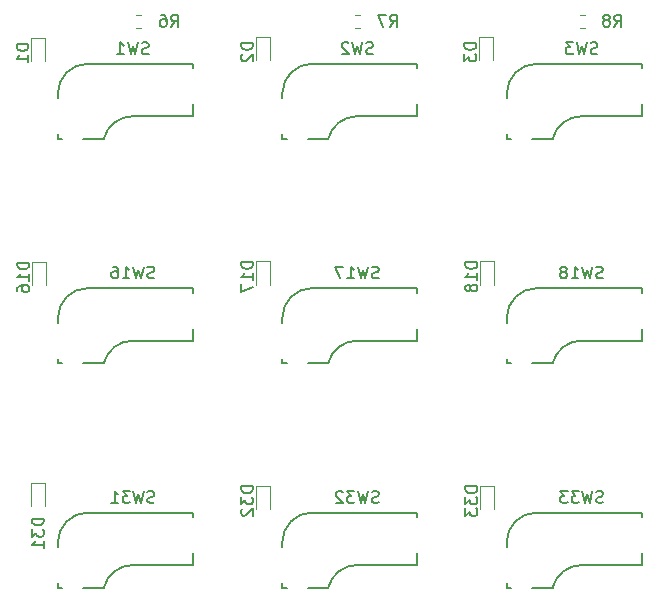
<source format=gbr>
%TF.GenerationSoftware,KiCad,Pcbnew,8.0.4*%
%TF.CreationDate,2024-10-31T19:52:33+01:00*%
%TF.ProjectId,Keyboard,4b657962-6f61-4726-942e-6b696361645f,rev?*%
%TF.SameCoordinates,Original*%
%TF.FileFunction,Legend,Bot*%
%TF.FilePolarity,Positive*%
%FSLAX46Y46*%
G04 Gerber Fmt 4.6, Leading zero omitted, Abs format (unit mm)*
G04 Created by KiCad (PCBNEW 8.0.4) date 2024-10-31 19:52:33*
%MOMM*%
%LPD*%
G01*
G04 APERTURE LIST*
%ADD10C,0.150000*%
%ADD11C,0.120000*%
G04 APERTURE END LIST*
D10*
X94833332Y-141152200D02*
X94690475Y-141199819D01*
X94690475Y-141199819D02*
X94452380Y-141199819D01*
X94452380Y-141199819D02*
X94357142Y-141152200D01*
X94357142Y-141152200D02*
X94309523Y-141104580D01*
X94309523Y-141104580D02*
X94261904Y-141009342D01*
X94261904Y-141009342D02*
X94261904Y-140914104D01*
X94261904Y-140914104D02*
X94309523Y-140818866D01*
X94309523Y-140818866D02*
X94357142Y-140771247D01*
X94357142Y-140771247D02*
X94452380Y-140723628D01*
X94452380Y-140723628D02*
X94642856Y-140676009D01*
X94642856Y-140676009D02*
X94738094Y-140628390D01*
X94738094Y-140628390D02*
X94785713Y-140580771D01*
X94785713Y-140580771D02*
X94833332Y-140485533D01*
X94833332Y-140485533D02*
X94833332Y-140390295D01*
X94833332Y-140390295D02*
X94785713Y-140295057D01*
X94785713Y-140295057D02*
X94738094Y-140247438D01*
X94738094Y-140247438D02*
X94642856Y-140199819D01*
X94642856Y-140199819D02*
X94404761Y-140199819D01*
X94404761Y-140199819D02*
X94261904Y-140247438D01*
X93928570Y-140199819D02*
X93690475Y-141199819D01*
X93690475Y-141199819D02*
X93499999Y-140485533D01*
X93499999Y-140485533D02*
X93309523Y-141199819D01*
X93309523Y-141199819D02*
X93071428Y-140199819D01*
X92166666Y-141199819D02*
X92738094Y-141199819D01*
X92452380Y-141199819D02*
X92452380Y-140199819D01*
X92452380Y-140199819D02*
X92547618Y-140342676D01*
X92547618Y-140342676D02*
X92642856Y-140437914D01*
X92642856Y-140437914D02*
X92738094Y-140485533D01*
X114309523Y-179152200D02*
X114166666Y-179199819D01*
X114166666Y-179199819D02*
X113928571Y-179199819D01*
X113928571Y-179199819D02*
X113833333Y-179152200D01*
X113833333Y-179152200D02*
X113785714Y-179104580D01*
X113785714Y-179104580D02*
X113738095Y-179009342D01*
X113738095Y-179009342D02*
X113738095Y-178914104D01*
X113738095Y-178914104D02*
X113785714Y-178818866D01*
X113785714Y-178818866D02*
X113833333Y-178771247D01*
X113833333Y-178771247D02*
X113928571Y-178723628D01*
X113928571Y-178723628D02*
X114119047Y-178676009D01*
X114119047Y-178676009D02*
X114214285Y-178628390D01*
X114214285Y-178628390D02*
X114261904Y-178580771D01*
X114261904Y-178580771D02*
X114309523Y-178485533D01*
X114309523Y-178485533D02*
X114309523Y-178390295D01*
X114309523Y-178390295D02*
X114261904Y-178295057D01*
X114261904Y-178295057D02*
X114214285Y-178247438D01*
X114214285Y-178247438D02*
X114119047Y-178199819D01*
X114119047Y-178199819D02*
X113880952Y-178199819D01*
X113880952Y-178199819D02*
X113738095Y-178247438D01*
X113404761Y-178199819D02*
X113166666Y-179199819D01*
X113166666Y-179199819D02*
X112976190Y-178485533D01*
X112976190Y-178485533D02*
X112785714Y-179199819D01*
X112785714Y-179199819D02*
X112547619Y-178199819D01*
X112261904Y-178199819D02*
X111642857Y-178199819D01*
X111642857Y-178199819D02*
X111976190Y-178580771D01*
X111976190Y-178580771D02*
X111833333Y-178580771D01*
X111833333Y-178580771D02*
X111738095Y-178628390D01*
X111738095Y-178628390D02*
X111690476Y-178676009D01*
X111690476Y-178676009D02*
X111642857Y-178771247D01*
X111642857Y-178771247D02*
X111642857Y-179009342D01*
X111642857Y-179009342D02*
X111690476Y-179104580D01*
X111690476Y-179104580D02*
X111738095Y-179152200D01*
X111738095Y-179152200D02*
X111833333Y-179199819D01*
X111833333Y-179199819D02*
X112119047Y-179199819D01*
X112119047Y-179199819D02*
X112214285Y-179152200D01*
X112214285Y-179152200D02*
X112261904Y-179104580D01*
X111261904Y-178295057D02*
X111214285Y-178247438D01*
X111214285Y-178247438D02*
X111119047Y-178199819D01*
X111119047Y-178199819D02*
X110880952Y-178199819D01*
X110880952Y-178199819D02*
X110785714Y-178247438D01*
X110785714Y-178247438D02*
X110738095Y-178295057D01*
X110738095Y-178295057D02*
X110690476Y-178390295D01*
X110690476Y-178390295D02*
X110690476Y-178485533D01*
X110690476Y-178485533D02*
X110738095Y-178628390D01*
X110738095Y-178628390D02*
X111309523Y-179199819D01*
X111309523Y-179199819D02*
X110690476Y-179199819D01*
X133309523Y-160152200D02*
X133166666Y-160199819D01*
X133166666Y-160199819D02*
X132928571Y-160199819D01*
X132928571Y-160199819D02*
X132833333Y-160152200D01*
X132833333Y-160152200D02*
X132785714Y-160104580D01*
X132785714Y-160104580D02*
X132738095Y-160009342D01*
X132738095Y-160009342D02*
X132738095Y-159914104D01*
X132738095Y-159914104D02*
X132785714Y-159818866D01*
X132785714Y-159818866D02*
X132833333Y-159771247D01*
X132833333Y-159771247D02*
X132928571Y-159723628D01*
X132928571Y-159723628D02*
X133119047Y-159676009D01*
X133119047Y-159676009D02*
X133214285Y-159628390D01*
X133214285Y-159628390D02*
X133261904Y-159580771D01*
X133261904Y-159580771D02*
X133309523Y-159485533D01*
X133309523Y-159485533D02*
X133309523Y-159390295D01*
X133309523Y-159390295D02*
X133261904Y-159295057D01*
X133261904Y-159295057D02*
X133214285Y-159247438D01*
X133214285Y-159247438D02*
X133119047Y-159199819D01*
X133119047Y-159199819D02*
X132880952Y-159199819D01*
X132880952Y-159199819D02*
X132738095Y-159247438D01*
X132404761Y-159199819D02*
X132166666Y-160199819D01*
X132166666Y-160199819D02*
X131976190Y-159485533D01*
X131976190Y-159485533D02*
X131785714Y-160199819D01*
X131785714Y-160199819D02*
X131547619Y-159199819D01*
X130642857Y-160199819D02*
X131214285Y-160199819D01*
X130928571Y-160199819D02*
X130928571Y-159199819D01*
X130928571Y-159199819D02*
X131023809Y-159342676D01*
X131023809Y-159342676D02*
X131119047Y-159437914D01*
X131119047Y-159437914D02*
X131214285Y-159485533D01*
X130071428Y-159628390D02*
X130166666Y-159580771D01*
X130166666Y-159580771D02*
X130214285Y-159533152D01*
X130214285Y-159533152D02*
X130261904Y-159437914D01*
X130261904Y-159437914D02*
X130261904Y-159390295D01*
X130261904Y-159390295D02*
X130214285Y-159295057D01*
X130214285Y-159295057D02*
X130166666Y-159247438D01*
X130166666Y-159247438D02*
X130071428Y-159199819D01*
X130071428Y-159199819D02*
X129880952Y-159199819D01*
X129880952Y-159199819D02*
X129785714Y-159247438D01*
X129785714Y-159247438D02*
X129738095Y-159295057D01*
X129738095Y-159295057D02*
X129690476Y-159390295D01*
X129690476Y-159390295D02*
X129690476Y-159437914D01*
X129690476Y-159437914D02*
X129738095Y-159533152D01*
X129738095Y-159533152D02*
X129785714Y-159580771D01*
X129785714Y-159580771D02*
X129880952Y-159628390D01*
X129880952Y-159628390D02*
X130071428Y-159628390D01*
X130071428Y-159628390D02*
X130166666Y-159676009D01*
X130166666Y-159676009D02*
X130214285Y-159723628D01*
X130214285Y-159723628D02*
X130261904Y-159818866D01*
X130261904Y-159818866D02*
X130261904Y-160009342D01*
X130261904Y-160009342D02*
X130214285Y-160104580D01*
X130214285Y-160104580D02*
X130166666Y-160152200D01*
X130166666Y-160152200D02*
X130071428Y-160199819D01*
X130071428Y-160199819D02*
X129880952Y-160199819D01*
X129880952Y-160199819D02*
X129785714Y-160152200D01*
X129785714Y-160152200D02*
X129738095Y-160104580D01*
X129738095Y-160104580D02*
X129690476Y-160009342D01*
X129690476Y-160009342D02*
X129690476Y-159818866D01*
X129690476Y-159818866D02*
X129738095Y-159723628D01*
X129738095Y-159723628D02*
X129785714Y-159676009D01*
X129785714Y-159676009D02*
X129880952Y-159628390D01*
X95309523Y-160152200D02*
X95166666Y-160199819D01*
X95166666Y-160199819D02*
X94928571Y-160199819D01*
X94928571Y-160199819D02*
X94833333Y-160152200D01*
X94833333Y-160152200D02*
X94785714Y-160104580D01*
X94785714Y-160104580D02*
X94738095Y-160009342D01*
X94738095Y-160009342D02*
X94738095Y-159914104D01*
X94738095Y-159914104D02*
X94785714Y-159818866D01*
X94785714Y-159818866D02*
X94833333Y-159771247D01*
X94833333Y-159771247D02*
X94928571Y-159723628D01*
X94928571Y-159723628D02*
X95119047Y-159676009D01*
X95119047Y-159676009D02*
X95214285Y-159628390D01*
X95214285Y-159628390D02*
X95261904Y-159580771D01*
X95261904Y-159580771D02*
X95309523Y-159485533D01*
X95309523Y-159485533D02*
X95309523Y-159390295D01*
X95309523Y-159390295D02*
X95261904Y-159295057D01*
X95261904Y-159295057D02*
X95214285Y-159247438D01*
X95214285Y-159247438D02*
X95119047Y-159199819D01*
X95119047Y-159199819D02*
X94880952Y-159199819D01*
X94880952Y-159199819D02*
X94738095Y-159247438D01*
X94404761Y-159199819D02*
X94166666Y-160199819D01*
X94166666Y-160199819D02*
X93976190Y-159485533D01*
X93976190Y-159485533D02*
X93785714Y-160199819D01*
X93785714Y-160199819D02*
X93547619Y-159199819D01*
X92642857Y-160199819D02*
X93214285Y-160199819D01*
X92928571Y-160199819D02*
X92928571Y-159199819D01*
X92928571Y-159199819D02*
X93023809Y-159342676D01*
X93023809Y-159342676D02*
X93119047Y-159437914D01*
X93119047Y-159437914D02*
X93214285Y-159485533D01*
X91785714Y-159199819D02*
X91976190Y-159199819D01*
X91976190Y-159199819D02*
X92071428Y-159247438D01*
X92071428Y-159247438D02*
X92119047Y-159295057D01*
X92119047Y-159295057D02*
X92214285Y-159437914D01*
X92214285Y-159437914D02*
X92261904Y-159628390D01*
X92261904Y-159628390D02*
X92261904Y-160009342D01*
X92261904Y-160009342D02*
X92214285Y-160104580D01*
X92214285Y-160104580D02*
X92166666Y-160152200D01*
X92166666Y-160152200D02*
X92071428Y-160199819D01*
X92071428Y-160199819D02*
X91880952Y-160199819D01*
X91880952Y-160199819D02*
X91785714Y-160152200D01*
X91785714Y-160152200D02*
X91738095Y-160104580D01*
X91738095Y-160104580D02*
X91690476Y-160009342D01*
X91690476Y-160009342D02*
X91690476Y-159771247D01*
X91690476Y-159771247D02*
X91738095Y-159676009D01*
X91738095Y-159676009D02*
X91785714Y-159628390D01*
X91785714Y-159628390D02*
X91880952Y-159580771D01*
X91880952Y-159580771D02*
X92071428Y-159580771D01*
X92071428Y-159580771D02*
X92166666Y-159628390D01*
X92166666Y-159628390D02*
X92214285Y-159676009D01*
X92214285Y-159676009D02*
X92261904Y-159771247D01*
X114309523Y-160152200D02*
X114166666Y-160199819D01*
X114166666Y-160199819D02*
X113928571Y-160199819D01*
X113928571Y-160199819D02*
X113833333Y-160152200D01*
X113833333Y-160152200D02*
X113785714Y-160104580D01*
X113785714Y-160104580D02*
X113738095Y-160009342D01*
X113738095Y-160009342D02*
X113738095Y-159914104D01*
X113738095Y-159914104D02*
X113785714Y-159818866D01*
X113785714Y-159818866D02*
X113833333Y-159771247D01*
X113833333Y-159771247D02*
X113928571Y-159723628D01*
X113928571Y-159723628D02*
X114119047Y-159676009D01*
X114119047Y-159676009D02*
X114214285Y-159628390D01*
X114214285Y-159628390D02*
X114261904Y-159580771D01*
X114261904Y-159580771D02*
X114309523Y-159485533D01*
X114309523Y-159485533D02*
X114309523Y-159390295D01*
X114309523Y-159390295D02*
X114261904Y-159295057D01*
X114261904Y-159295057D02*
X114214285Y-159247438D01*
X114214285Y-159247438D02*
X114119047Y-159199819D01*
X114119047Y-159199819D02*
X113880952Y-159199819D01*
X113880952Y-159199819D02*
X113738095Y-159247438D01*
X113404761Y-159199819D02*
X113166666Y-160199819D01*
X113166666Y-160199819D02*
X112976190Y-159485533D01*
X112976190Y-159485533D02*
X112785714Y-160199819D01*
X112785714Y-160199819D02*
X112547619Y-159199819D01*
X111642857Y-160199819D02*
X112214285Y-160199819D01*
X111928571Y-160199819D02*
X111928571Y-159199819D01*
X111928571Y-159199819D02*
X112023809Y-159342676D01*
X112023809Y-159342676D02*
X112119047Y-159437914D01*
X112119047Y-159437914D02*
X112214285Y-159485533D01*
X111309523Y-159199819D02*
X110642857Y-159199819D01*
X110642857Y-159199819D02*
X111071428Y-160199819D01*
X132833332Y-141152200D02*
X132690475Y-141199819D01*
X132690475Y-141199819D02*
X132452380Y-141199819D01*
X132452380Y-141199819D02*
X132357142Y-141152200D01*
X132357142Y-141152200D02*
X132309523Y-141104580D01*
X132309523Y-141104580D02*
X132261904Y-141009342D01*
X132261904Y-141009342D02*
X132261904Y-140914104D01*
X132261904Y-140914104D02*
X132309523Y-140818866D01*
X132309523Y-140818866D02*
X132357142Y-140771247D01*
X132357142Y-140771247D02*
X132452380Y-140723628D01*
X132452380Y-140723628D02*
X132642856Y-140676009D01*
X132642856Y-140676009D02*
X132738094Y-140628390D01*
X132738094Y-140628390D02*
X132785713Y-140580771D01*
X132785713Y-140580771D02*
X132833332Y-140485533D01*
X132833332Y-140485533D02*
X132833332Y-140390295D01*
X132833332Y-140390295D02*
X132785713Y-140295057D01*
X132785713Y-140295057D02*
X132738094Y-140247438D01*
X132738094Y-140247438D02*
X132642856Y-140199819D01*
X132642856Y-140199819D02*
X132404761Y-140199819D01*
X132404761Y-140199819D02*
X132261904Y-140247438D01*
X131928570Y-140199819D02*
X131690475Y-141199819D01*
X131690475Y-141199819D02*
X131499999Y-140485533D01*
X131499999Y-140485533D02*
X131309523Y-141199819D01*
X131309523Y-141199819D02*
X131071428Y-140199819D01*
X130785713Y-140199819D02*
X130166666Y-140199819D01*
X130166666Y-140199819D02*
X130499999Y-140580771D01*
X130499999Y-140580771D02*
X130357142Y-140580771D01*
X130357142Y-140580771D02*
X130261904Y-140628390D01*
X130261904Y-140628390D02*
X130214285Y-140676009D01*
X130214285Y-140676009D02*
X130166666Y-140771247D01*
X130166666Y-140771247D02*
X130166666Y-141009342D01*
X130166666Y-141009342D02*
X130214285Y-141104580D01*
X130214285Y-141104580D02*
X130261904Y-141152200D01*
X130261904Y-141152200D02*
X130357142Y-141199819D01*
X130357142Y-141199819D02*
X130642856Y-141199819D01*
X130642856Y-141199819D02*
X130738094Y-141152200D01*
X130738094Y-141152200D02*
X130785713Y-141104580D01*
X95309523Y-179152200D02*
X95166666Y-179199819D01*
X95166666Y-179199819D02*
X94928571Y-179199819D01*
X94928571Y-179199819D02*
X94833333Y-179152200D01*
X94833333Y-179152200D02*
X94785714Y-179104580D01*
X94785714Y-179104580D02*
X94738095Y-179009342D01*
X94738095Y-179009342D02*
X94738095Y-178914104D01*
X94738095Y-178914104D02*
X94785714Y-178818866D01*
X94785714Y-178818866D02*
X94833333Y-178771247D01*
X94833333Y-178771247D02*
X94928571Y-178723628D01*
X94928571Y-178723628D02*
X95119047Y-178676009D01*
X95119047Y-178676009D02*
X95214285Y-178628390D01*
X95214285Y-178628390D02*
X95261904Y-178580771D01*
X95261904Y-178580771D02*
X95309523Y-178485533D01*
X95309523Y-178485533D02*
X95309523Y-178390295D01*
X95309523Y-178390295D02*
X95261904Y-178295057D01*
X95261904Y-178295057D02*
X95214285Y-178247438D01*
X95214285Y-178247438D02*
X95119047Y-178199819D01*
X95119047Y-178199819D02*
X94880952Y-178199819D01*
X94880952Y-178199819D02*
X94738095Y-178247438D01*
X94404761Y-178199819D02*
X94166666Y-179199819D01*
X94166666Y-179199819D02*
X93976190Y-178485533D01*
X93976190Y-178485533D02*
X93785714Y-179199819D01*
X93785714Y-179199819D02*
X93547619Y-178199819D01*
X93261904Y-178199819D02*
X92642857Y-178199819D01*
X92642857Y-178199819D02*
X92976190Y-178580771D01*
X92976190Y-178580771D02*
X92833333Y-178580771D01*
X92833333Y-178580771D02*
X92738095Y-178628390D01*
X92738095Y-178628390D02*
X92690476Y-178676009D01*
X92690476Y-178676009D02*
X92642857Y-178771247D01*
X92642857Y-178771247D02*
X92642857Y-179009342D01*
X92642857Y-179009342D02*
X92690476Y-179104580D01*
X92690476Y-179104580D02*
X92738095Y-179152200D01*
X92738095Y-179152200D02*
X92833333Y-179199819D01*
X92833333Y-179199819D02*
X93119047Y-179199819D01*
X93119047Y-179199819D02*
X93214285Y-179152200D01*
X93214285Y-179152200D02*
X93261904Y-179104580D01*
X91690476Y-179199819D02*
X92261904Y-179199819D01*
X91976190Y-179199819D02*
X91976190Y-178199819D01*
X91976190Y-178199819D02*
X92071428Y-178342676D01*
X92071428Y-178342676D02*
X92166666Y-178437914D01*
X92166666Y-178437914D02*
X92261904Y-178485533D01*
X133309523Y-179152200D02*
X133166666Y-179199819D01*
X133166666Y-179199819D02*
X132928571Y-179199819D01*
X132928571Y-179199819D02*
X132833333Y-179152200D01*
X132833333Y-179152200D02*
X132785714Y-179104580D01*
X132785714Y-179104580D02*
X132738095Y-179009342D01*
X132738095Y-179009342D02*
X132738095Y-178914104D01*
X132738095Y-178914104D02*
X132785714Y-178818866D01*
X132785714Y-178818866D02*
X132833333Y-178771247D01*
X132833333Y-178771247D02*
X132928571Y-178723628D01*
X132928571Y-178723628D02*
X133119047Y-178676009D01*
X133119047Y-178676009D02*
X133214285Y-178628390D01*
X133214285Y-178628390D02*
X133261904Y-178580771D01*
X133261904Y-178580771D02*
X133309523Y-178485533D01*
X133309523Y-178485533D02*
X133309523Y-178390295D01*
X133309523Y-178390295D02*
X133261904Y-178295057D01*
X133261904Y-178295057D02*
X133214285Y-178247438D01*
X133214285Y-178247438D02*
X133119047Y-178199819D01*
X133119047Y-178199819D02*
X132880952Y-178199819D01*
X132880952Y-178199819D02*
X132738095Y-178247438D01*
X132404761Y-178199819D02*
X132166666Y-179199819D01*
X132166666Y-179199819D02*
X131976190Y-178485533D01*
X131976190Y-178485533D02*
X131785714Y-179199819D01*
X131785714Y-179199819D02*
X131547619Y-178199819D01*
X131261904Y-178199819D02*
X130642857Y-178199819D01*
X130642857Y-178199819D02*
X130976190Y-178580771D01*
X130976190Y-178580771D02*
X130833333Y-178580771D01*
X130833333Y-178580771D02*
X130738095Y-178628390D01*
X130738095Y-178628390D02*
X130690476Y-178676009D01*
X130690476Y-178676009D02*
X130642857Y-178771247D01*
X130642857Y-178771247D02*
X130642857Y-179009342D01*
X130642857Y-179009342D02*
X130690476Y-179104580D01*
X130690476Y-179104580D02*
X130738095Y-179152200D01*
X130738095Y-179152200D02*
X130833333Y-179199819D01*
X130833333Y-179199819D02*
X131119047Y-179199819D01*
X131119047Y-179199819D02*
X131214285Y-179152200D01*
X131214285Y-179152200D02*
X131261904Y-179104580D01*
X130309523Y-178199819D02*
X129690476Y-178199819D01*
X129690476Y-178199819D02*
X130023809Y-178580771D01*
X130023809Y-178580771D02*
X129880952Y-178580771D01*
X129880952Y-178580771D02*
X129785714Y-178628390D01*
X129785714Y-178628390D02*
X129738095Y-178676009D01*
X129738095Y-178676009D02*
X129690476Y-178771247D01*
X129690476Y-178771247D02*
X129690476Y-179009342D01*
X129690476Y-179009342D02*
X129738095Y-179104580D01*
X129738095Y-179104580D02*
X129785714Y-179152200D01*
X129785714Y-179152200D02*
X129880952Y-179199819D01*
X129880952Y-179199819D02*
X130166666Y-179199819D01*
X130166666Y-179199819D02*
X130261904Y-179152200D01*
X130261904Y-179152200D02*
X130309523Y-179104580D01*
X113833332Y-141152200D02*
X113690475Y-141199819D01*
X113690475Y-141199819D02*
X113452380Y-141199819D01*
X113452380Y-141199819D02*
X113357142Y-141152200D01*
X113357142Y-141152200D02*
X113309523Y-141104580D01*
X113309523Y-141104580D02*
X113261904Y-141009342D01*
X113261904Y-141009342D02*
X113261904Y-140914104D01*
X113261904Y-140914104D02*
X113309523Y-140818866D01*
X113309523Y-140818866D02*
X113357142Y-140771247D01*
X113357142Y-140771247D02*
X113452380Y-140723628D01*
X113452380Y-140723628D02*
X113642856Y-140676009D01*
X113642856Y-140676009D02*
X113738094Y-140628390D01*
X113738094Y-140628390D02*
X113785713Y-140580771D01*
X113785713Y-140580771D02*
X113833332Y-140485533D01*
X113833332Y-140485533D02*
X113833332Y-140390295D01*
X113833332Y-140390295D02*
X113785713Y-140295057D01*
X113785713Y-140295057D02*
X113738094Y-140247438D01*
X113738094Y-140247438D02*
X113642856Y-140199819D01*
X113642856Y-140199819D02*
X113404761Y-140199819D01*
X113404761Y-140199819D02*
X113261904Y-140247438D01*
X112928570Y-140199819D02*
X112690475Y-141199819D01*
X112690475Y-141199819D02*
X112499999Y-140485533D01*
X112499999Y-140485533D02*
X112309523Y-141199819D01*
X112309523Y-141199819D02*
X112071428Y-140199819D01*
X111738094Y-140295057D02*
X111690475Y-140247438D01*
X111690475Y-140247438D02*
X111595237Y-140199819D01*
X111595237Y-140199819D02*
X111357142Y-140199819D01*
X111357142Y-140199819D02*
X111261904Y-140247438D01*
X111261904Y-140247438D02*
X111214285Y-140295057D01*
X111214285Y-140295057D02*
X111166666Y-140390295D01*
X111166666Y-140390295D02*
X111166666Y-140485533D01*
X111166666Y-140485533D02*
X111214285Y-140628390D01*
X111214285Y-140628390D02*
X111785713Y-141199819D01*
X111785713Y-141199819D02*
X111166666Y-141199819D01*
X103654819Y-177805714D02*
X102654819Y-177805714D01*
X102654819Y-177805714D02*
X102654819Y-178043809D01*
X102654819Y-178043809D02*
X102702438Y-178186666D01*
X102702438Y-178186666D02*
X102797676Y-178281904D01*
X102797676Y-178281904D02*
X102892914Y-178329523D01*
X102892914Y-178329523D02*
X103083390Y-178377142D01*
X103083390Y-178377142D02*
X103226247Y-178377142D01*
X103226247Y-178377142D02*
X103416723Y-178329523D01*
X103416723Y-178329523D02*
X103511961Y-178281904D01*
X103511961Y-178281904D02*
X103607200Y-178186666D01*
X103607200Y-178186666D02*
X103654819Y-178043809D01*
X103654819Y-178043809D02*
X103654819Y-177805714D01*
X102654819Y-178710476D02*
X102654819Y-179329523D01*
X102654819Y-179329523D02*
X103035771Y-178996190D01*
X103035771Y-178996190D02*
X103035771Y-179139047D01*
X103035771Y-179139047D02*
X103083390Y-179234285D01*
X103083390Y-179234285D02*
X103131009Y-179281904D01*
X103131009Y-179281904D02*
X103226247Y-179329523D01*
X103226247Y-179329523D02*
X103464342Y-179329523D01*
X103464342Y-179329523D02*
X103559580Y-179281904D01*
X103559580Y-179281904D02*
X103607200Y-179234285D01*
X103607200Y-179234285D02*
X103654819Y-179139047D01*
X103654819Y-179139047D02*
X103654819Y-178853333D01*
X103654819Y-178853333D02*
X103607200Y-178758095D01*
X103607200Y-178758095D02*
X103559580Y-178710476D01*
X102750057Y-179710476D02*
X102702438Y-179758095D01*
X102702438Y-179758095D02*
X102654819Y-179853333D01*
X102654819Y-179853333D02*
X102654819Y-180091428D01*
X102654819Y-180091428D02*
X102702438Y-180186666D01*
X102702438Y-180186666D02*
X102750057Y-180234285D01*
X102750057Y-180234285D02*
X102845295Y-180281904D01*
X102845295Y-180281904D02*
X102940533Y-180281904D01*
X102940533Y-180281904D02*
X103083390Y-180234285D01*
X103083390Y-180234285D02*
X103654819Y-179662857D01*
X103654819Y-179662857D02*
X103654819Y-180281904D01*
X96743666Y-138882819D02*
X97076999Y-138406628D01*
X97315094Y-138882819D02*
X97315094Y-137882819D01*
X97315094Y-137882819D02*
X96934142Y-137882819D01*
X96934142Y-137882819D02*
X96838904Y-137930438D01*
X96838904Y-137930438D02*
X96791285Y-137978057D01*
X96791285Y-137978057D02*
X96743666Y-138073295D01*
X96743666Y-138073295D02*
X96743666Y-138216152D01*
X96743666Y-138216152D02*
X96791285Y-138311390D01*
X96791285Y-138311390D02*
X96838904Y-138359009D01*
X96838904Y-138359009D02*
X96934142Y-138406628D01*
X96934142Y-138406628D02*
X97315094Y-138406628D01*
X95886523Y-137882819D02*
X96076999Y-137882819D01*
X96076999Y-137882819D02*
X96172237Y-137930438D01*
X96172237Y-137930438D02*
X96219856Y-137978057D01*
X96219856Y-137978057D02*
X96315094Y-138120914D01*
X96315094Y-138120914D02*
X96362713Y-138311390D01*
X96362713Y-138311390D02*
X96362713Y-138692342D01*
X96362713Y-138692342D02*
X96315094Y-138787580D01*
X96315094Y-138787580D02*
X96267475Y-138835200D01*
X96267475Y-138835200D02*
X96172237Y-138882819D01*
X96172237Y-138882819D02*
X95981761Y-138882819D01*
X95981761Y-138882819D02*
X95886523Y-138835200D01*
X95886523Y-138835200D02*
X95838904Y-138787580D01*
X95838904Y-138787580D02*
X95791285Y-138692342D01*
X95791285Y-138692342D02*
X95791285Y-138454247D01*
X95791285Y-138454247D02*
X95838904Y-138359009D01*
X95838904Y-138359009D02*
X95886523Y-138311390D01*
X95886523Y-138311390D02*
X95981761Y-138263771D01*
X95981761Y-138263771D02*
X96172237Y-138263771D01*
X96172237Y-138263771D02*
X96267475Y-138311390D01*
X96267475Y-138311390D02*
X96315094Y-138359009D01*
X96315094Y-138359009D02*
X96362713Y-138454247D01*
X122654819Y-177805714D02*
X121654819Y-177805714D01*
X121654819Y-177805714D02*
X121654819Y-178043809D01*
X121654819Y-178043809D02*
X121702438Y-178186666D01*
X121702438Y-178186666D02*
X121797676Y-178281904D01*
X121797676Y-178281904D02*
X121892914Y-178329523D01*
X121892914Y-178329523D02*
X122083390Y-178377142D01*
X122083390Y-178377142D02*
X122226247Y-178377142D01*
X122226247Y-178377142D02*
X122416723Y-178329523D01*
X122416723Y-178329523D02*
X122511961Y-178281904D01*
X122511961Y-178281904D02*
X122607200Y-178186666D01*
X122607200Y-178186666D02*
X122654819Y-178043809D01*
X122654819Y-178043809D02*
X122654819Y-177805714D01*
X121654819Y-178710476D02*
X121654819Y-179329523D01*
X121654819Y-179329523D02*
X122035771Y-178996190D01*
X122035771Y-178996190D02*
X122035771Y-179139047D01*
X122035771Y-179139047D02*
X122083390Y-179234285D01*
X122083390Y-179234285D02*
X122131009Y-179281904D01*
X122131009Y-179281904D02*
X122226247Y-179329523D01*
X122226247Y-179329523D02*
X122464342Y-179329523D01*
X122464342Y-179329523D02*
X122559580Y-179281904D01*
X122559580Y-179281904D02*
X122607200Y-179234285D01*
X122607200Y-179234285D02*
X122654819Y-179139047D01*
X122654819Y-179139047D02*
X122654819Y-178853333D01*
X122654819Y-178853333D02*
X122607200Y-178758095D01*
X122607200Y-178758095D02*
X122559580Y-178710476D01*
X121654819Y-179662857D02*
X121654819Y-180281904D01*
X121654819Y-180281904D02*
X122035771Y-179948571D01*
X122035771Y-179948571D02*
X122035771Y-180091428D01*
X122035771Y-180091428D02*
X122083390Y-180186666D01*
X122083390Y-180186666D02*
X122131009Y-180234285D01*
X122131009Y-180234285D02*
X122226247Y-180281904D01*
X122226247Y-180281904D02*
X122464342Y-180281904D01*
X122464342Y-180281904D02*
X122559580Y-180234285D01*
X122559580Y-180234285D02*
X122607200Y-180186666D01*
X122607200Y-180186666D02*
X122654819Y-180091428D01*
X122654819Y-180091428D02*
X122654819Y-179805714D01*
X122654819Y-179805714D02*
X122607200Y-179710476D01*
X122607200Y-179710476D02*
X122559580Y-179662857D01*
X103654819Y-158805714D02*
X102654819Y-158805714D01*
X102654819Y-158805714D02*
X102654819Y-159043809D01*
X102654819Y-159043809D02*
X102702438Y-159186666D01*
X102702438Y-159186666D02*
X102797676Y-159281904D01*
X102797676Y-159281904D02*
X102892914Y-159329523D01*
X102892914Y-159329523D02*
X103083390Y-159377142D01*
X103083390Y-159377142D02*
X103226247Y-159377142D01*
X103226247Y-159377142D02*
X103416723Y-159329523D01*
X103416723Y-159329523D02*
X103511961Y-159281904D01*
X103511961Y-159281904D02*
X103607200Y-159186666D01*
X103607200Y-159186666D02*
X103654819Y-159043809D01*
X103654819Y-159043809D02*
X103654819Y-158805714D01*
X103654819Y-160329523D02*
X103654819Y-159758095D01*
X103654819Y-160043809D02*
X102654819Y-160043809D01*
X102654819Y-160043809D02*
X102797676Y-159948571D01*
X102797676Y-159948571D02*
X102892914Y-159853333D01*
X102892914Y-159853333D02*
X102940533Y-159758095D01*
X102654819Y-160662857D02*
X102654819Y-161329523D01*
X102654819Y-161329523D02*
X103654819Y-160900952D01*
X122654819Y-158805714D02*
X121654819Y-158805714D01*
X121654819Y-158805714D02*
X121654819Y-159043809D01*
X121654819Y-159043809D02*
X121702438Y-159186666D01*
X121702438Y-159186666D02*
X121797676Y-159281904D01*
X121797676Y-159281904D02*
X121892914Y-159329523D01*
X121892914Y-159329523D02*
X122083390Y-159377142D01*
X122083390Y-159377142D02*
X122226247Y-159377142D01*
X122226247Y-159377142D02*
X122416723Y-159329523D01*
X122416723Y-159329523D02*
X122511961Y-159281904D01*
X122511961Y-159281904D02*
X122607200Y-159186666D01*
X122607200Y-159186666D02*
X122654819Y-159043809D01*
X122654819Y-159043809D02*
X122654819Y-158805714D01*
X122654819Y-160329523D02*
X122654819Y-159758095D01*
X122654819Y-160043809D02*
X121654819Y-160043809D01*
X121654819Y-160043809D02*
X121797676Y-159948571D01*
X121797676Y-159948571D02*
X121892914Y-159853333D01*
X121892914Y-159853333D02*
X121940533Y-159758095D01*
X122083390Y-160900952D02*
X122035771Y-160805714D01*
X122035771Y-160805714D02*
X121988152Y-160758095D01*
X121988152Y-160758095D02*
X121892914Y-160710476D01*
X121892914Y-160710476D02*
X121845295Y-160710476D01*
X121845295Y-160710476D02*
X121750057Y-160758095D01*
X121750057Y-160758095D02*
X121702438Y-160805714D01*
X121702438Y-160805714D02*
X121654819Y-160900952D01*
X121654819Y-160900952D02*
X121654819Y-161091428D01*
X121654819Y-161091428D02*
X121702438Y-161186666D01*
X121702438Y-161186666D02*
X121750057Y-161234285D01*
X121750057Y-161234285D02*
X121845295Y-161281904D01*
X121845295Y-161281904D02*
X121892914Y-161281904D01*
X121892914Y-161281904D02*
X121988152Y-161234285D01*
X121988152Y-161234285D02*
X122035771Y-161186666D01*
X122035771Y-161186666D02*
X122083390Y-161091428D01*
X122083390Y-161091428D02*
X122083390Y-160900952D01*
X122083390Y-160900952D02*
X122131009Y-160805714D01*
X122131009Y-160805714D02*
X122178628Y-160758095D01*
X122178628Y-160758095D02*
X122273866Y-160710476D01*
X122273866Y-160710476D02*
X122464342Y-160710476D01*
X122464342Y-160710476D02*
X122559580Y-160758095D01*
X122559580Y-160758095D02*
X122607200Y-160805714D01*
X122607200Y-160805714D02*
X122654819Y-160900952D01*
X122654819Y-160900952D02*
X122654819Y-161091428D01*
X122654819Y-161091428D02*
X122607200Y-161186666D01*
X122607200Y-161186666D02*
X122559580Y-161234285D01*
X122559580Y-161234285D02*
X122464342Y-161281904D01*
X122464342Y-161281904D02*
X122273866Y-161281904D01*
X122273866Y-161281904D02*
X122178628Y-161234285D01*
X122178628Y-161234285D02*
X122131009Y-161186666D01*
X122131009Y-161186666D02*
X122083390Y-161091428D01*
X84654819Y-140339905D02*
X83654819Y-140339905D01*
X83654819Y-140339905D02*
X83654819Y-140578000D01*
X83654819Y-140578000D02*
X83702438Y-140720857D01*
X83702438Y-140720857D02*
X83797676Y-140816095D01*
X83797676Y-140816095D02*
X83892914Y-140863714D01*
X83892914Y-140863714D02*
X84083390Y-140911333D01*
X84083390Y-140911333D02*
X84226247Y-140911333D01*
X84226247Y-140911333D02*
X84416723Y-140863714D01*
X84416723Y-140863714D02*
X84511961Y-140816095D01*
X84511961Y-140816095D02*
X84607200Y-140720857D01*
X84607200Y-140720857D02*
X84654819Y-140578000D01*
X84654819Y-140578000D02*
X84654819Y-140339905D01*
X84654819Y-141863714D02*
X84654819Y-141292286D01*
X84654819Y-141578000D02*
X83654819Y-141578000D01*
X83654819Y-141578000D02*
X83797676Y-141482762D01*
X83797676Y-141482762D02*
X83892914Y-141387524D01*
X83892914Y-141387524D02*
X83940533Y-141292286D01*
X84718819Y-158851714D02*
X83718819Y-158851714D01*
X83718819Y-158851714D02*
X83718819Y-159089809D01*
X83718819Y-159089809D02*
X83766438Y-159232666D01*
X83766438Y-159232666D02*
X83861676Y-159327904D01*
X83861676Y-159327904D02*
X83956914Y-159375523D01*
X83956914Y-159375523D02*
X84147390Y-159423142D01*
X84147390Y-159423142D02*
X84290247Y-159423142D01*
X84290247Y-159423142D02*
X84480723Y-159375523D01*
X84480723Y-159375523D02*
X84575961Y-159327904D01*
X84575961Y-159327904D02*
X84671200Y-159232666D01*
X84671200Y-159232666D02*
X84718819Y-159089809D01*
X84718819Y-159089809D02*
X84718819Y-158851714D01*
X84718819Y-160375523D02*
X84718819Y-159804095D01*
X84718819Y-160089809D02*
X83718819Y-160089809D01*
X83718819Y-160089809D02*
X83861676Y-159994571D01*
X83861676Y-159994571D02*
X83956914Y-159899333D01*
X83956914Y-159899333D02*
X84004533Y-159804095D01*
X83718819Y-161232666D02*
X83718819Y-161042190D01*
X83718819Y-161042190D02*
X83766438Y-160946952D01*
X83766438Y-160946952D02*
X83814057Y-160899333D01*
X83814057Y-160899333D02*
X83956914Y-160804095D01*
X83956914Y-160804095D02*
X84147390Y-160756476D01*
X84147390Y-160756476D02*
X84528342Y-160756476D01*
X84528342Y-160756476D02*
X84623580Y-160804095D01*
X84623580Y-160804095D02*
X84671200Y-160851714D01*
X84671200Y-160851714D02*
X84718819Y-160946952D01*
X84718819Y-160946952D02*
X84718819Y-161137428D01*
X84718819Y-161137428D02*
X84671200Y-161232666D01*
X84671200Y-161232666D02*
X84623580Y-161280285D01*
X84623580Y-161280285D02*
X84528342Y-161327904D01*
X84528342Y-161327904D02*
X84290247Y-161327904D01*
X84290247Y-161327904D02*
X84195009Y-161280285D01*
X84195009Y-161280285D02*
X84147390Y-161232666D01*
X84147390Y-161232666D02*
X84099771Y-161137428D01*
X84099771Y-161137428D02*
X84099771Y-160946952D01*
X84099771Y-160946952D02*
X84147390Y-160851714D01*
X84147390Y-160851714D02*
X84195009Y-160804095D01*
X84195009Y-160804095D02*
X84290247Y-160756476D01*
X134272666Y-138882819D02*
X134605999Y-138406628D01*
X134844094Y-138882819D02*
X134844094Y-137882819D01*
X134844094Y-137882819D02*
X134463142Y-137882819D01*
X134463142Y-137882819D02*
X134367904Y-137930438D01*
X134367904Y-137930438D02*
X134320285Y-137978057D01*
X134320285Y-137978057D02*
X134272666Y-138073295D01*
X134272666Y-138073295D02*
X134272666Y-138216152D01*
X134272666Y-138216152D02*
X134320285Y-138311390D01*
X134320285Y-138311390D02*
X134367904Y-138359009D01*
X134367904Y-138359009D02*
X134463142Y-138406628D01*
X134463142Y-138406628D02*
X134844094Y-138406628D01*
X133701237Y-138311390D02*
X133796475Y-138263771D01*
X133796475Y-138263771D02*
X133844094Y-138216152D01*
X133844094Y-138216152D02*
X133891713Y-138120914D01*
X133891713Y-138120914D02*
X133891713Y-138073295D01*
X133891713Y-138073295D02*
X133844094Y-137978057D01*
X133844094Y-137978057D02*
X133796475Y-137930438D01*
X133796475Y-137930438D02*
X133701237Y-137882819D01*
X133701237Y-137882819D02*
X133510761Y-137882819D01*
X133510761Y-137882819D02*
X133415523Y-137930438D01*
X133415523Y-137930438D02*
X133367904Y-137978057D01*
X133367904Y-137978057D02*
X133320285Y-138073295D01*
X133320285Y-138073295D02*
X133320285Y-138120914D01*
X133320285Y-138120914D02*
X133367904Y-138216152D01*
X133367904Y-138216152D02*
X133415523Y-138263771D01*
X133415523Y-138263771D02*
X133510761Y-138311390D01*
X133510761Y-138311390D02*
X133701237Y-138311390D01*
X133701237Y-138311390D02*
X133796475Y-138359009D01*
X133796475Y-138359009D02*
X133844094Y-138406628D01*
X133844094Y-138406628D02*
X133891713Y-138501866D01*
X133891713Y-138501866D02*
X133891713Y-138692342D01*
X133891713Y-138692342D02*
X133844094Y-138787580D01*
X133844094Y-138787580D02*
X133796475Y-138835200D01*
X133796475Y-138835200D02*
X133701237Y-138882819D01*
X133701237Y-138882819D02*
X133510761Y-138882819D01*
X133510761Y-138882819D02*
X133415523Y-138835200D01*
X133415523Y-138835200D02*
X133367904Y-138787580D01*
X133367904Y-138787580D02*
X133320285Y-138692342D01*
X133320285Y-138692342D02*
X133320285Y-138501866D01*
X133320285Y-138501866D02*
X133367904Y-138406628D01*
X133367904Y-138406628D02*
X133415523Y-138359009D01*
X133415523Y-138359009D02*
X133510761Y-138311390D01*
X122564819Y-140277905D02*
X121564819Y-140277905D01*
X121564819Y-140277905D02*
X121564819Y-140516000D01*
X121564819Y-140516000D02*
X121612438Y-140658857D01*
X121612438Y-140658857D02*
X121707676Y-140754095D01*
X121707676Y-140754095D02*
X121802914Y-140801714D01*
X121802914Y-140801714D02*
X121993390Y-140849333D01*
X121993390Y-140849333D02*
X122136247Y-140849333D01*
X122136247Y-140849333D02*
X122326723Y-140801714D01*
X122326723Y-140801714D02*
X122421961Y-140754095D01*
X122421961Y-140754095D02*
X122517200Y-140658857D01*
X122517200Y-140658857D02*
X122564819Y-140516000D01*
X122564819Y-140516000D02*
X122564819Y-140277905D01*
X121564819Y-141182667D02*
X121564819Y-141801714D01*
X121564819Y-141801714D02*
X121945771Y-141468381D01*
X121945771Y-141468381D02*
X121945771Y-141611238D01*
X121945771Y-141611238D02*
X121993390Y-141706476D01*
X121993390Y-141706476D02*
X122041009Y-141754095D01*
X122041009Y-141754095D02*
X122136247Y-141801714D01*
X122136247Y-141801714D02*
X122374342Y-141801714D01*
X122374342Y-141801714D02*
X122469580Y-141754095D01*
X122469580Y-141754095D02*
X122517200Y-141706476D01*
X122517200Y-141706476D02*
X122564819Y-141611238D01*
X122564819Y-141611238D02*
X122564819Y-141325524D01*
X122564819Y-141325524D02*
X122517200Y-141230286D01*
X122517200Y-141230286D02*
X122469580Y-141182667D01*
X85954819Y-180535714D02*
X84954819Y-180535714D01*
X84954819Y-180535714D02*
X84954819Y-180773809D01*
X84954819Y-180773809D02*
X85002438Y-180916666D01*
X85002438Y-180916666D02*
X85097676Y-181011904D01*
X85097676Y-181011904D02*
X85192914Y-181059523D01*
X85192914Y-181059523D02*
X85383390Y-181107142D01*
X85383390Y-181107142D02*
X85526247Y-181107142D01*
X85526247Y-181107142D02*
X85716723Y-181059523D01*
X85716723Y-181059523D02*
X85811961Y-181011904D01*
X85811961Y-181011904D02*
X85907200Y-180916666D01*
X85907200Y-180916666D02*
X85954819Y-180773809D01*
X85954819Y-180773809D02*
X85954819Y-180535714D01*
X84954819Y-181440476D02*
X84954819Y-182059523D01*
X84954819Y-182059523D02*
X85335771Y-181726190D01*
X85335771Y-181726190D02*
X85335771Y-181869047D01*
X85335771Y-181869047D02*
X85383390Y-181964285D01*
X85383390Y-181964285D02*
X85431009Y-182011904D01*
X85431009Y-182011904D02*
X85526247Y-182059523D01*
X85526247Y-182059523D02*
X85764342Y-182059523D01*
X85764342Y-182059523D02*
X85859580Y-182011904D01*
X85859580Y-182011904D02*
X85907200Y-181964285D01*
X85907200Y-181964285D02*
X85954819Y-181869047D01*
X85954819Y-181869047D02*
X85954819Y-181583333D01*
X85954819Y-181583333D02*
X85907200Y-181488095D01*
X85907200Y-181488095D02*
X85859580Y-181440476D01*
X85954819Y-183011904D02*
X85954819Y-182440476D01*
X85954819Y-182726190D02*
X84954819Y-182726190D01*
X84954819Y-182726190D02*
X85097676Y-182630952D01*
X85097676Y-182630952D02*
X85192914Y-182535714D01*
X85192914Y-182535714D02*
X85240533Y-182440476D01*
X115285666Y-138882819D02*
X115618999Y-138406628D01*
X115857094Y-138882819D02*
X115857094Y-137882819D01*
X115857094Y-137882819D02*
X115476142Y-137882819D01*
X115476142Y-137882819D02*
X115380904Y-137930438D01*
X115380904Y-137930438D02*
X115333285Y-137978057D01*
X115333285Y-137978057D02*
X115285666Y-138073295D01*
X115285666Y-138073295D02*
X115285666Y-138216152D01*
X115285666Y-138216152D02*
X115333285Y-138311390D01*
X115333285Y-138311390D02*
X115380904Y-138359009D01*
X115380904Y-138359009D02*
X115476142Y-138406628D01*
X115476142Y-138406628D02*
X115857094Y-138406628D01*
X114952332Y-137882819D02*
X114285666Y-137882819D01*
X114285666Y-137882819D02*
X114714237Y-138882819D01*
X103654819Y-140277905D02*
X102654819Y-140277905D01*
X102654819Y-140277905D02*
X102654819Y-140516000D01*
X102654819Y-140516000D02*
X102702438Y-140658857D01*
X102702438Y-140658857D02*
X102797676Y-140754095D01*
X102797676Y-140754095D02*
X102892914Y-140801714D01*
X102892914Y-140801714D02*
X103083390Y-140849333D01*
X103083390Y-140849333D02*
X103226247Y-140849333D01*
X103226247Y-140849333D02*
X103416723Y-140801714D01*
X103416723Y-140801714D02*
X103511961Y-140754095D01*
X103511961Y-140754095D02*
X103607200Y-140658857D01*
X103607200Y-140658857D02*
X103654819Y-140516000D01*
X103654819Y-140516000D02*
X103654819Y-140277905D01*
X102750057Y-141230286D02*
X102702438Y-141277905D01*
X102702438Y-141277905D02*
X102654819Y-141373143D01*
X102654819Y-141373143D02*
X102654819Y-141611238D01*
X102654819Y-141611238D02*
X102702438Y-141706476D01*
X102702438Y-141706476D02*
X102750057Y-141754095D01*
X102750057Y-141754095D02*
X102845295Y-141801714D01*
X102845295Y-141801714D02*
X102940533Y-141801714D01*
X102940533Y-141801714D02*
X103083390Y-141754095D01*
X103083390Y-141754095D02*
X103654819Y-141182667D01*
X103654819Y-141182667D02*
X103654819Y-141801714D01*
%TO.C,SW1*%
X91035838Y-148383960D02*
G75*
G02*
X93500000Y-146459999I2464162J-616039D01*
G01*
X87150000Y-144555000D02*
G75*
G02*
X89690000Y-142015000I2540001J-1D01*
G01*
X98580000Y-146460000D02*
X93500000Y-146460000D01*
X98580000Y-145444000D02*
X98580000Y-146460000D01*
X98580000Y-142015000D02*
X98580000Y-142396000D01*
X91035838Y-148365000D02*
X89309000Y-148365000D01*
X89690000Y-142015000D02*
X98580000Y-142015000D01*
X87531000Y-148365000D02*
X87150000Y-148365000D01*
X87150000Y-147984000D02*
X87150000Y-148365000D01*
X87150000Y-144555000D02*
X87150000Y-144936000D01*
%TO.C,SW32*%
X110035838Y-186383960D02*
G75*
G02*
X112500000Y-184459999I2464162J-616039D01*
G01*
X106150000Y-182555000D02*
G75*
G02*
X108690000Y-180015000I2540001J-1D01*
G01*
X117580000Y-184460000D02*
X112500000Y-184460000D01*
X117580000Y-183444000D02*
X117580000Y-184460000D01*
X117580000Y-180015000D02*
X117580000Y-180396000D01*
X110035838Y-186365000D02*
X108309000Y-186365000D01*
X108690000Y-180015000D02*
X117580000Y-180015000D01*
X106531000Y-186365000D02*
X106150000Y-186365000D01*
X106150000Y-185984000D02*
X106150000Y-186365000D01*
X106150000Y-182555000D02*
X106150000Y-182936000D01*
%TO.C,SW18*%
X129035838Y-167383960D02*
G75*
G02*
X131500000Y-165459999I2464162J-616039D01*
G01*
X125150000Y-163555000D02*
G75*
G02*
X127690000Y-161015000I2540001J-1D01*
G01*
X136580000Y-165460000D02*
X131500000Y-165460000D01*
X136580000Y-164444000D02*
X136580000Y-165460000D01*
X136580000Y-161015000D02*
X136580000Y-161396000D01*
X129035838Y-167365000D02*
X127309000Y-167365000D01*
X127690000Y-161015000D02*
X136580000Y-161015000D01*
X125531000Y-167365000D02*
X125150000Y-167365000D01*
X125150000Y-166984000D02*
X125150000Y-167365000D01*
X125150000Y-163555000D02*
X125150000Y-163936000D01*
%TO.C,SW16*%
X91035838Y-167383960D02*
G75*
G02*
X93500000Y-165459999I2464162J-616039D01*
G01*
X87150000Y-163555000D02*
G75*
G02*
X89690000Y-161015000I2540001J-1D01*
G01*
X98580000Y-165460000D02*
X93500000Y-165460000D01*
X98580000Y-164444000D02*
X98580000Y-165460000D01*
X98580000Y-161015000D02*
X98580000Y-161396000D01*
X91035838Y-167365000D02*
X89309000Y-167365000D01*
X89690000Y-161015000D02*
X98580000Y-161015000D01*
X87531000Y-167365000D02*
X87150000Y-167365000D01*
X87150000Y-166984000D02*
X87150000Y-167365000D01*
X87150000Y-163555000D02*
X87150000Y-163936000D01*
%TO.C,SW17*%
X110035838Y-167383960D02*
G75*
G02*
X112500000Y-165459999I2464162J-616039D01*
G01*
X106150000Y-163555000D02*
G75*
G02*
X108690000Y-161015000I2540001J-1D01*
G01*
X117580000Y-165460000D02*
X112500000Y-165460000D01*
X117580000Y-164444000D02*
X117580000Y-165460000D01*
X117580000Y-161015000D02*
X117580000Y-161396000D01*
X110035838Y-167365000D02*
X108309000Y-167365000D01*
X108690000Y-161015000D02*
X117580000Y-161015000D01*
X106531000Y-167365000D02*
X106150000Y-167365000D01*
X106150000Y-166984000D02*
X106150000Y-167365000D01*
X106150000Y-163555000D02*
X106150000Y-163936000D01*
%TO.C,SW3*%
X129035838Y-148383960D02*
G75*
G02*
X131500000Y-146459999I2464162J-616039D01*
G01*
X125150000Y-144555000D02*
G75*
G02*
X127690000Y-142015000I2540001J-1D01*
G01*
X136580000Y-146460000D02*
X131500000Y-146460000D01*
X136580000Y-145444000D02*
X136580000Y-146460000D01*
X136580000Y-142015000D02*
X136580000Y-142396000D01*
X129035838Y-148365000D02*
X127309000Y-148365000D01*
X127690000Y-142015000D02*
X136580000Y-142015000D01*
X125531000Y-148365000D02*
X125150000Y-148365000D01*
X125150000Y-147984000D02*
X125150000Y-148365000D01*
X125150000Y-144555000D02*
X125150000Y-144936000D01*
%TO.C,SW31*%
X91035838Y-186383960D02*
G75*
G02*
X93500000Y-184459999I2464162J-616039D01*
G01*
X87150000Y-182555000D02*
G75*
G02*
X89690000Y-180015000I2540001J-1D01*
G01*
X98580000Y-184460000D02*
X93500000Y-184460000D01*
X98580000Y-183444000D02*
X98580000Y-184460000D01*
X98580000Y-180015000D02*
X98580000Y-180396000D01*
X91035838Y-186365000D02*
X89309000Y-186365000D01*
X89690000Y-180015000D02*
X98580000Y-180015000D01*
X87531000Y-186365000D02*
X87150000Y-186365000D01*
X87150000Y-185984000D02*
X87150000Y-186365000D01*
X87150000Y-182555000D02*
X87150000Y-182936000D01*
%TO.C,SW33*%
X129035838Y-186383960D02*
G75*
G02*
X131500000Y-184459999I2464162J-616039D01*
G01*
X125150000Y-182555000D02*
G75*
G02*
X127690000Y-180015000I2540001J-1D01*
G01*
X136580000Y-184460000D02*
X131500000Y-184460000D01*
X136580000Y-183444000D02*
X136580000Y-184460000D01*
X136580000Y-180015000D02*
X136580000Y-180396000D01*
X129035838Y-186365000D02*
X127309000Y-186365000D01*
X127690000Y-180015000D02*
X136580000Y-180015000D01*
X125531000Y-186365000D02*
X125150000Y-186365000D01*
X125150000Y-185984000D02*
X125150000Y-186365000D01*
X125150000Y-182555000D02*
X125150000Y-182936000D01*
%TO.C,SW2*%
X110035838Y-148383960D02*
G75*
G02*
X112500000Y-146459999I2464162J-616039D01*
G01*
X106150000Y-144555000D02*
G75*
G02*
X108690000Y-142015000I2540001J-1D01*
G01*
X117580000Y-146460000D02*
X112500000Y-146460000D01*
X117580000Y-145444000D02*
X117580000Y-146460000D01*
X117580000Y-142015000D02*
X117580000Y-142396000D01*
X110035838Y-148365000D02*
X108309000Y-148365000D01*
X108690000Y-142015000D02*
X117580000Y-142015000D01*
X106531000Y-148365000D02*
X106150000Y-148365000D01*
X106150000Y-147984000D02*
X106150000Y-148365000D01*
X106150000Y-144555000D02*
X106150000Y-144936000D01*
D11*
%TO.C,D32*%
X105100000Y-177760000D02*
X105100000Y-179720000D01*
X103900000Y-177760000D02*
X103900000Y-179720000D01*
X105100000Y-177760000D02*
X103900000Y-177760000D01*
%TO.C,R6*%
X94211258Y-137905500D02*
X93736742Y-137905500D01*
X94211258Y-138950500D02*
X93736742Y-138950500D01*
%TO.C,D33*%
X124100000Y-177760000D02*
X124100000Y-179720000D01*
X122900000Y-177760000D02*
X122900000Y-179720000D01*
X124100000Y-177760000D02*
X122900000Y-177760000D01*
%TO.C,D17*%
X105100000Y-158760000D02*
X105100000Y-160720000D01*
X103900000Y-158760000D02*
X103900000Y-160720000D01*
X105100000Y-158760000D02*
X103900000Y-158760000D01*
%TO.C,D18*%
X124100000Y-158760000D02*
X124100000Y-160720000D01*
X122900000Y-158760000D02*
X122900000Y-160720000D01*
X124100000Y-158760000D02*
X122900000Y-158760000D01*
%TO.C,D1*%
X86100000Y-139818000D02*
X86100000Y-141778000D01*
X84900000Y-139818000D02*
X84900000Y-141778000D01*
X86100000Y-139818000D02*
X84900000Y-139818000D01*
%TO.C,D16*%
X86164000Y-158806000D02*
X86164000Y-160766000D01*
X84964000Y-158806000D02*
X84964000Y-160766000D01*
X86164000Y-158806000D02*
X84964000Y-158806000D01*
%TO.C,R8*%
X131803258Y-137905500D02*
X131328742Y-137905500D01*
X131803258Y-138950500D02*
X131328742Y-138950500D01*
%TO.C,D3*%
X124010000Y-139756000D02*
X124010000Y-141716000D01*
X122810000Y-139756000D02*
X122810000Y-141716000D01*
X124010000Y-139756000D02*
X122810000Y-139756000D01*
%TO.C,D31*%
X86100000Y-177540000D02*
X86100000Y-179500000D01*
X84900000Y-177540000D02*
X84900000Y-179500000D01*
X86100000Y-177540000D02*
X84900000Y-177540000D01*
%TO.C,R7*%
X112753258Y-137905500D02*
X112278742Y-137905500D01*
X112753258Y-138950500D02*
X112278742Y-138950500D01*
%TO.C,D2*%
X105100000Y-139756000D02*
X105100000Y-141716000D01*
X103900000Y-139756000D02*
X103900000Y-141716000D01*
X105100000Y-139756000D02*
X103900000Y-139756000D01*
%TD*%
M02*

</source>
